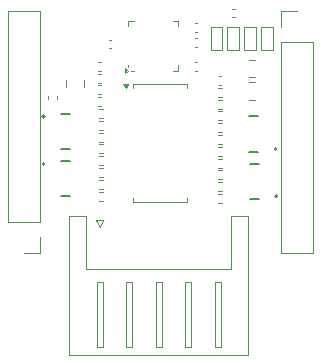
<source format=gbr>
%TF.GenerationSoftware,KiCad,Pcbnew,8.0.5*%
%TF.CreationDate,2024-12-01T15:07:38+09:00*%
%TF.ProjectId,PCA9685_ver4,50434139-3638-4355-9f76-6572342e6b69,rev?*%
%TF.SameCoordinates,Original*%
%TF.FileFunction,Legend,Top*%
%TF.FilePolarity,Positive*%
%FSLAX46Y46*%
G04 Gerber Fmt 4.6, Leading zero omitted, Abs format (unit mm)*
G04 Created by KiCad (PCBNEW 8.0.5) date 2024-12-01 15:07:38*
%MOMM*%
%LPD*%
G01*
G04 APERTURE LIST*
%ADD10C,0.120000*%
%ADD11C,0.127000*%
%ADD12C,0.200000*%
G04 APERTURE END LIST*
D10*
%TO.C,JP7*%
X152800000Y-54700000D02*
X153800000Y-54700000D01*
X152800000Y-56600000D02*
X152800000Y-54700000D01*
X153800000Y-54700000D02*
X153800000Y-56600000D01*
X153800000Y-56600000D02*
X152800000Y-56600000D01*
%TO.C,R26*%
X156527064Y-59365000D02*
X156072936Y-59365000D01*
X156527064Y-60835000D02*
X156072936Y-60835000D01*
%TO.C,R1*%
X153446359Y-60820000D02*
X153753641Y-60820000D01*
X153446359Y-61580000D02*
X153753641Y-61580000D01*
%TO.C,R19*%
X143246359Y-57620000D02*
X143553641Y-57620000D01*
X143246359Y-58380000D02*
X143553641Y-58380000D01*
%TO.C,R18*%
X153436359Y-61820000D02*
X153743641Y-61820000D01*
X153436359Y-62580000D02*
X153743641Y-62580000D01*
%TO.C,JP6*%
X157100000Y-54700000D02*
X158100000Y-54700000D01*
X157100000Y-56600000D02*
X157100000Y-54700000D01*
X158100000Y-54700000D02*
X158100000Y-56600000D01*
X158100000Y-56600000D02*
X157100000Y-56600000D01*
D11*
%TO.C,U3*%
X140120000Y-62000000D02*
X140880000Y-62000000D01*
X140120000Y-65000000D02*
X140880000Y-65000000D01*
D12*
X138750000Y-62250000D02*
G75*
G02*
X138550000Y-62250000I-100000J0D01*
G01*
X138550000Y-62250000D02*
G75*
G02*
X138750000Y-62250000I100000J0D01*
G01*
D10*
%TO.C,R16*%
X153426359Y-63820000D02*
X153733641Y-63820000D01*
X153426359Y-64580000D02*
X153733641Y-64580000D01*
%TO.C,R4*%
X143653641Y-62620000D02*
X143346359Y-62620000D01*
X143653641Y-63380000D02*
X143346359Y-63380000D01*
%TO.C,J6*%
X135670000Y-71170000D02*
X135670000Y-53330000D01*
X138330000Y-53330000D02*
X135670000Y-53330000D01*
X138330000Y-71170000D02*
X135670000Y-71170000D01*
X138330000Y-71170000D02*
X138330000Y-53330000D01*
X138330000Y-72440000D02*
X138330000Y-73770000D01*
X138330000Y-73770000D02*
X137000000Y-73770000D01*
%TO.C,J3*%
X158770000Y-53330000D02*
X160100000Y-53330000D01*
X158770000Y-54660000D02*
X158770000Y-53330000D01*
X158770000Y-55930000D02*
X158770000Y-73770000D01*
X158770000Y-55930000D02*
X161430000Y-55930000D01*
X158770000Y-73770000D02*
X161430000Y-73770000D01*
X161430000Y-55930000D02*
X161430000Y-73770000D01*
D11*
%TO.C,U6*%
X156830000Y-62250000D02*
X156070000Y-62250000D01*
X156830000Y-65250000D02*
X156070000Y-65250000D01*
D12*
X158400000Y-65000000D02*
G75*
G02*
X158200000Y-65000000I-100000J0D01*
G01*
X158200000Y-65000000D02*
G75*
G02*
X158400000Y-65000000I100000J0D01*
G01*
D10*
%TO.C,C5*%
X151465914Y-54340000D02*
X151681586Y-54340000D01*
X151465914Y-55060000D02*
X151681586Y-55060000D01*
%TO.C,R3*%
X143663641Y-61620000D02*
X143356359Y-61620000D01*
X143663641Y-62380000D02*
X143356359Y-62380000D01*
D11*
%TO.C,U5*%
X156880000Y-66250000D02*
X156120000Y-66250000D01*
X156880000Y-69250000D02*
X156120000Y-69250000D01*
D12*
X158450000Y-69000000D02*
G75*
G02*
X158250000Y-69000000I-100000J0D01*
G01*
X158250000Y-69000000D02*
G75*
G02*
X158450000Y-69000000I100000J0D01*
G01*
D10*
%TO.C,C3*%
X139040000Y-60727836D02*
X139040000Y-60512164D01*
X139760000Y-60727836D02*
X139760000Y-60512164D01*
%TO.C,R14*%
X153426359Y-65820000D02*
X153733641Y-65820000D01*
X153426359Y-66580000D02*
X153733641Y-66580000D01*
%TO.C,R21*%
X143236359Y-59620000D02*
X143543641Y-59620000D01*
X143236359Y-60380000D02*
X143543641Y-60380000D01*
%TO.C,R11*%
X153426359Y-68820000D02*
X153733641Y-68820000D01*
X153426359Y-69580000D02*
X153733641Y-69580000D01*
%TO.C,U1*%
X146190000Y-59540000D02*
X146190000Y-59815000D01*
X146190000Y-69460000D02*
X146190000Y-69185000D01*
X148500000Y-59540000D02*
X146190000Y-59540000D01*
X148500000Y-59540000D02*
X150810000Y-59540000D01*
X148500000Y-69460000D02*
X146190000Y-69460000D01*
X148500000Y-69460000D02*
X150810000Y-69460000D01*
X150810000Y-59540000D02*
X150810000Y-59815000D01*
X150810000Y-69460000D02*
X150810000Y-69185000D01*
X145600000Y-59815000D02*
X145360000Y-59485000D01*
X145840000Y-59485000D01*
X145600000Y-59815000D01*
G36*
X145600000Y-59815000D02*
G01*
X145360000Y-59485000D01*
X145840000Y-59485000D01*
X145600000Y-59815000D01*
G37*
%TO.C,R5*%
X143653641Y-63620000D02*
X143346359Y-63620000D01*
X143653641Y-64380000D02*
X143346359Y-64380000D01*
%TO.C,R15*%
X153436359Y-64820000D02*
X153743641Y-64820000D01*
X153436359Y-65580000D02*
X153743641Y-65580000D01*
%TO.C,JP5*%
X155650000Y-54700000D02*
X156650000Y-54700000D01*
X155650000Y-56600000D02*
X155650000Y-54700000D01*
X156650000Y-54700000D02*
X156650000Y-56600000D01*
X156650000Y-56600000D02*
X155650000Y-56600000D01*
%TO.C,R25*%
X156527064Y-57465000D02*
X156072936Y-57465000D01*
X156527064Y-58935000D02*
X156072936Y-58935000D01*
%TO.C,C1*%
X153492164Y-58840000D02*
X153707836Y-58840000D01*
X153492164Y-59560000D02*
X153707836Y-59560000D01*
%TO.C,R13*%
X153426359Y-66820000D02*
X153733641Y-66820000D01*
X153426359Y-67580000D02*
X153733641Y-67580000D01*
%TO.C,R8*%
X143653641Y-66620000D02*
X143346359Y-66620000D01*
X143653641Y-67380000D02*
X143346359Y-67380000D01*
%TO.C,R9*%
X143653641Y-67620000D02*
X143346359Y-67620000D01*
X143653641Y-68380000D02*
X143346359Y-68380000D01*
%TO.C,C7*%
X151465914Y-55640000D02*
X151681586Y-55640000D01*
X151465914Y-56360000D02*
X151681586Y-56360000D01*
%TO.C,R10*%
X143663641Y-68620000D02*
X143356359Y-68620000D01*
X143663641Y-69380000D02*
X143356359Y-69380000D01*
%TO.C,C4*%
X144381586Y-55740000D02*
X144165914Y-55740000D01*
X144381586Y-56460000D02*
X144165914Y-56460000D01*
%TO.C,U2*%
X145833750Y-54140000D02*
X146308750Y-54140000D01*
X145833750Y-54615000D02*
X145833750Y-54140000D01*
X145833750Y-57885000D02*
X145833750Y-58060000D01*
X146308750Y-58360000D02*
X146073750Y-58360000D01*
X150053750Y-54140000D02*
X149578750Y-54140000D01*
X150053750Y-54615000D02*
X150053750Y-54140000D01*
X150053750Y-57885000D02*
X150053750Y-58360000D01*
X150053750Y-58360000D02*
X149578750Y-58360000D01*
X145833750Y-58360000D02*
X145503750Y-58600000D01*
X145503750Y-58120000D01*
X145833750Y-58360000D01*
G36*
X145833750Y-58360000D02*
G01*
X145503750Y-58600000D01*
X145503750Y-58120000D01*
X145833750Y-58360000D01*
G37*
%TO.C,J1*%
X140840000Y-70690000D02*
X142260000Y-70690000D01*
X140840000Y-82410000D02*
X140840000Y-70690000D01*
X142260000Y-70690000D02*
X142260000Y-75190000D01*
X142260000Y-75190000D02*
X148400000Y-75190000D01*
X143100000Y-71000000D02*
X143700000Y-71000000D01*
X143150000Y-76300000D02*
X143150000Y-81800000D01*
X143150000Y-81800000D02*
X143650000Y-81800000D01*
X143400000Y-71600000D02*
X143100000Y-71000000D01*
X143650000Y-76300000D02*
X143150000Y-76300000D01*
X143650000Y-81800000D02*
X143650000Y-76300000D01*
X143700000Y-71000000D02*
X143400000Y-71600000D01*
X145650000Y-76300000D02*
X145650000Y-81800000D01*
X145650000Y-81800000D02*
X146150000Y-81800000D01*
X146150000Y-76300000D02*
X145650000Y-76300000D01*
X146150000Y-81800000D02*
X146150000Y-76300000D01*
X148150000Y-76300000D02*
X148150000Y-81800000D01*
X148150000Y-81800000D02*
X148650000Y-81800000D01*
X148400000Y-82410000D02*
X140840000Y-82410000D01*
X148400000Y-82410000D02*
X155960000Y-82410000D01*
X148650000Y-76300000D02*
X148150000Y-76300000D01*
X148650000Y-81800000D02*
X148650000Y-76300000D01*
X150650000Y-76300000D02*
X150650000Y-81800000D01*
X150650000Y-81800000D02*
X151150000Y-81800000D01*
X151150000Y-76300000D02*
X150650000Y-76300000D01*
X151150000Y-81800000D02*
X151150000Y-76300000D01*
X153150000Y-76300000D02*
X153150000Y-81800000D01*
X153150000Y-81800000D02*
X153650000Y-81800000D01*
X153650000Y-76300000D02*
X153150000Y-76300000D01*
X153650000Y-81800000D02*
X153650000Y-76300000D01*
X154540000Y-70690000D02*
X154540000Y-75190000D01*
X154540000Y-75190000D02*
X148400000Y-75190000D01*
X155960000Y-70690000D02*
X154540000Y-70690000D01*
X155960000Y-82410000D02*
X155960000Y-70690000D01*
%TO.C,C2*%
X140565000Y-59188748D02*
X140565000Y-59711252D01*
X142035000Y-59188748D02*
X142035000Y-59711252D01*
%TO.C,R12*%
X153416359Y-67820000D02*
X153723641Y-67820000D01*
X153416359Y-68580000D02*
X153723641Y-68580000D01*
%TO.C,JP8*%
X154200000Y-54700000D02*
X155200000Y-54700000D01*
X154200000Y-56600000D02*
X154200000Y-54700000D01*
X155200000Y-54700000D02*
X155200000Y-56600000D01*
X155200000Y-56600000D02*
X154200000Y-56600000D01*
%TO.C,R6*%
X143653641Y-64620000D02*
X143346359Y-64620000D01*
X143653641Y-65380000D02*
X143346359Y-65380000D01*
%TO.C,R20*%
X143246359Y-58620000D02*
X143553641Y-58620000D01*
X143246359Y-59380000D02*
X143553641Y-59380000D01*
%TO.C,C8*%
X154642164Y-53140000D02*
X154857836Y-53140000D01*
X154642164Y-53860000D02*
X154857836Y-53860000D01*
%TO.C,R2*%
X153446359Y-59820000D02*
X153753641Y-59820000D01*
X153446359Y-60580000D02*
X153753641Y-60580000D01*
%TO.C,R22*%
X143246359Y-60620000D02*
X143553641Y-60620000D01*
X143246359Y-61380000D02*
X143553641Y-61380000D01*
%TO.C,C6*%
X151465914Y-57640000D02*
X151681586Y-57640000D01*
X151465914Y-58360000D02*
X151681586Y-58360000D01*
%TO.C,R7*%
X143663641Y-65620000D02*
X143356359Y-65620000D01*
X143663641Y-66380000D02*
X143356359Y-66380000D01*
%TO.C,R17*%
X153436359Y-62810000D02*
X153743641Y-62810000D01*
X153436359Y-63570000D02*
X153743641Y-63570000D01*
D11*
%TO.C,U4*%
X140120000Y-66000000D02*
X140880000Y-66000000D01*
X140120000Y-69000000D02*
X140880000Y-69000000D01*
D12*
X138750000Y-66250000D02*
G75*
G02*
X138550000Y-66250000I-100000J0D01*
G01*
X138550000Y-66250000D02*
G75*
G02*
X138750000Y-66250000I100000J0D01*
G01*
%TD*%
M02*

</source>
